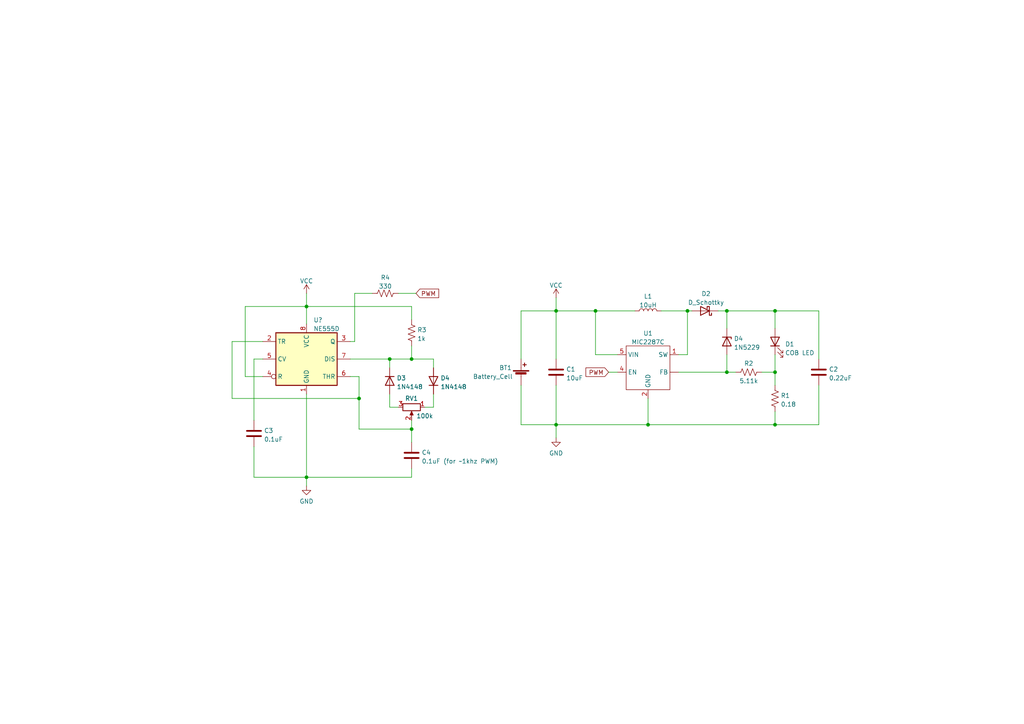
<source format=kicad_sch>
(kicad_sch (version 20211123) (generator eeschema)
  (paper "A4")
  (lib_symbols
    (symbol "Device:Battery_Cell" (pin_numbers hide) (pin_names (offset 0) hide)
      (property "Reference" "BT" (at 2.54 2.54 0))
      (property "Value" "Battery_Cell" (at 2.54 0 0))
      (symbol "Battery_Cell_0_1"
        (rectangle (start -2.286 1.778) (end 2.286 1.524) (fill (type outline)))
        (rectangle (start -1.5748 1.1938) (end 1.4732 0.6858) (fill (type outline)))
        (polyline (pts (xy 0 0.762) (xy 0 0)))
        (polyline (pts (xy 0 1.778) (xy 0 2.54)))
        (polyline (pts (xy 0.508 3.429) (xy 1.524 3.429)) (stroke (width 0.254)))
        (polyline (pts (xy 1.016 3.937) (xy 1.016 2.921)) (stroke (width 0.254)))
      )
      (symbol "Battery_Cell_1_1"
        (pin passive line (at 0 5.08 270) (length 2.54) (name "+") (number "1"))
        (pin passive line (at 0 -2.54 90) (length 2.54) (name "-") (number "2"))
      )
    )
    (symbol "Device:C" (pin_numbers hide) (pin_names (offset 0.254))
      (property "Reference" "C" (at 0.635 2.54 0))
      (property "Value" "C" (at 0.635 -2.54 0))
      (symbol "C_0_1"
        (polyline (pts (xy -2.032 -0.762) (xy 2.032 -0.762)) (stroke (width 0.508)))
        (polyline (pts (xy -2.032 0.762) (xy 2.032 0.762)) (stroke (width 0.508)))
      )
      (symbol "C_1_1"
        (pin passive line (at 0 3.81 270) (length 2.794) (name "~") (number "1"))
        (pin passive line (at 0 -3.81 90) (length 2.794) (name "~") (number "2"))
      )
    )
    (symbol "Device:D_Schottky" (pin_numbers hide) (pin_names (offset 1.016) hide)
      (property "Reference" "D" (at 0 2.54 0))
      (property "Value" "D_Schottky" (at 0 -2.54 0))
      (symbol "D_Schottky_0_1"
        (polyline (pts (xy 1.27 0) (xy -1.27 0)))
        (polyline (pts (xy 1.27 1.27) (xy 1.27 -1.27) (xy -1.27 0) (xy 1.27 1.27)) (stroke (width 0.254)))
        (polyline (pts (xy -1.905 0.635) (xy -1.905 1.27) (xy -1.27 1.27) (xy -1.27 -1.27) (xy -0.635 -1.27) (xy -0.635 -0.635)) (stroke (width 0.254)))
      )
      (symbol "D_Schottky_1_1"
        (pin passive line (at -3.81 0 0) (length 2.54) (name "K") (number "1"))
        (pin passive line (at 3.81 0 180) (length 2.54) (name "A") (number "2"))
      )
    )
    (symbol "Device:D_Zener" (pin_numbers hide) (pin_names (offset 1.016) hide)
      (property "Reference" "D" (at 0 2.54 0))
      (property "Value" "D_Zener" (at 0 -2.54 0))
      (symbol "D_Zener_0_1"
        (polyline (pts (xy 1.27 0) (xy -1.27 0)))
        (polyline (pts (xy -1.27 -1.27) (xy -1.27 1.27) (xy -0.762 1.27)) (stroke (width 0.254)))
        (polyline (pts (xy 1.27 -1.27) (xy 1.27 1.27) (xy -1.27 0) (xy 1.27 -1.27)) (stroke (width 0.254)))
      )
      (symbol "D_Zener_1_1"
        (pin passive line (at -3.81 0 0) (length 2.54) (name "K") (number "1"))
        (pin passive line (at 3.81 0 180) (length 2.54) (name "A") (number "2"))
      )
    )
    (symbol "Device:L" (pin_numbers hide) (pin_names (offset 1.016) hide)
      (property "Reference" "L" (at -1.27 0 90))
      (property "Value" "L" (at 1.905 0 90))
      (symbol "L_0_1"
        (arc (start 0 -2.54) (mid 0.635 -1.905) (end 0 -1.27))
        (arc (start 0 -1.27) (mid 0.635 -0.635) (end 0 0))
        (arc (start 0 0) (mid 0.635 0.635) (end 0 1.27))
        (arc (start 0 1.27) (mid 0.635 1.905) (end 0 2.54))
      )
      (symbol "L_1_1"
        (pin passive line (at 0 3.81 270) (length 1.27) (name "1") (number "1"))
        (pin passive line (at 0 -3.81 90) (length 1.27) (name "2") (number "2"))
      )
    )
    (symbol "Device:LED" (pin_numbers hide) (pin_names (offset 1.016) hide)
      (property "Reference" "D" (at 0 2.54 0))
      (property "Value" "LED" (at 0 -2.54 0))
      (symbol "LED_0_1"
        (polyline (pts (xy -1.27 -1.27) (xy -1.27 1.27)) (stroke (width 0.254)))
        (polyline (pts (xy -1.27 0) (xy 1.27 0)))
        (polyline (pts (xy 1.27 -1.27) (xy 1.27 1.27) (xy -1.27 0) (xy 1.27 -1.27)) (stroke (width 0.254)))
        (polyline (pts (xy -3.048 -0.762) (xy -4.572 -2.286) (xy -3.81 -2.286) (xy -4.572 -2.286) (xy -4.572 -1.524)))
        (polyline (pts (xy -1.778 -0.762) (xy -3.302 -2.286) (xy -2.54 -2.286) (xy -3.302 -2.286) (xy -3.302 -1.524)))
      )
      (symbol "LED_1_1"
        (pin passive line (at -3.81 0 0) (length 2.54) (name "K") (number "1"))
        (pin passive line (at 3.81 0 180) (length 2.54) (name "A") (number "2"))
      )
    )
    (symbol "Device:R_Potentiometer" (pin_names (offset 1.016) hide)
      (property "Reference" "RV" (at -4.445 0 90))
      (property "Value" "R_Potentiometer" (at -2.54 0 90))
      (symbol "R_Potentiometer_0_1"
        (polyline (pts (xy 2.54 0) (xy 1.524 0)))
        (polyline (pts (xy 1.143 0) (xy 2.286 0.508) (xy 2.286 -0.508) (xy 1.143 0)) (fill (type outline)))
        (rectangle (start 1.016 2.54) (end -1.016 -2.54) (stroke (width 0.254)))
      )
      (symbol "R_Potentiometer_1_1"
        (pin passive line (at 0 3.81 270) (length 1.27) (name "1") (number "1"))
        (pin passive line (at 3.81 0 180) (length 1.27) (name "2") (number "2"))
        (pin passive line (at 0 -3.81 90) (length 1.27) (name "3") (number "3"))
      )
    )
    (symbol "Device:R_US" (pin_numbers hide) (pin_names (offset 0))
      (property "Reference" "R" (at 2.54 0 90))
      (property "Value" "R_US" (at -2.54 0 90))
      (symbol "R_US_0_1"
        (polyline (pts (xy 0 -2.286) (xy 0 -2.54)))
        (polyline (pts (xy 0 2.286) (xy 0 2.54)))
        (polyline (pts (xy 0 -0.762) (xy 1.016 -1.143) (xy 0 -1.524) (xy -1.016 -1.905) (xy 0 -2.286)))
        (polyline (pts (xy 0 0.762) (xy 1.016 0.381) (xy 0 0) (xy -1.016 -0.381) (xy 0 -0.762)))
        (polyline (pts (xy 0 2.286) (xy 1.016 1.905) (xy 0 1.524) (xy -1.016 1.143) (xy 0 0.762)))
      )
      (symbol "R_US_1_1"
        (pin passive line (at 0 3.81 270) (length 1.27) (name "~") (number "1"))
        (pin passive line (at 0 -3.81 90) (length 1.27) (name "~") (number "2"))
      )
    )
    (symbol "Diode:1N4148" (pin_numbers hide) (pin_names (offset 1.016) hide)
      (property "Reference" "D" (at 0 2.54 0))
      (property "Value" "1N4148" (at 0 -2.54 0))
      (symbol "1N4148_0_1"
        (polyline (pts (xy -1.27 1.27) (xy -1.27 -1.27)) (stroke (width 0.254)))
        (polyline (pts (xy 1.27 0) (xy -1.27 0)))
        (polyline (pts (xy 1.27 1.27) (xy 1.27 -1.27) (xy -1.27 0) (xy 1.27 1.27)) (stroke (width 0.254)))
      )
      (symbol "1N4148_1_1"
        (pin passive line (at -3.81 0 0) (length 2.54) (name "K") (number "1"))
        (pin passive line (at 3.81 0 180) (length 2.54) (name "A") (number "2"))
      )
    )
    (symbol "Timer:NE555D"
      (property "Reference" "U" (at -10.16 8.89 0))
      (property "Value" "NE555D" (at 2.54 8.89 0))
      (symbol "NE555D_0_0"
        (pin power_in line (at 0 -10.16 90) (length 2.54) (name "GND") (number "1"))
        (pin power_in line (at 0 10.16 270) (length 2.54) (name "VCC") (number "8"))
      )
      (symbol "NE555D_0_1"
        (rectangle (start -8.89 -7.62) (end 8.89 7.62) (stroke (width 0.254)) (fill (type background)))
        (rectangle (start -8.89 -7.62) (end 8.89 7.62) (stroke (width 0.254)) (fill (type background)))
      )
      (symbol "NE555D_1_1"
        (pin input line (at -12.7 5.08 0) (length 3.81) (name "TR") (number "2"))
        (pin output line (at 12.7 5.08 180) (length 3.81) (name "Q") (number "3"))
        (pin input inverted (at -12.7 -5.08 0) (length 3.81) (name "R") (number "4"))
        (pin input line (at -12.7 0 0) (length 3.81) (name "CV") (number "5"))
        (pin input line (at 12.7 -5.08 180) (length 3.81) (name "THR") (number "6"))
        (pin input line (at 12.7 0 180) (length 3.81) (name "DIS") (number "7"))
      )
    )
    (symbol "ccbtech-microchip:MIC2287C"
      (property "Reference" "U" (at 3.81 -7.62 0))
      (property "Value" "MIC2287C" (at 0 7.62 0))
      (symbol "MIC2287C_0_1"
        (rectangle (start -6.35 6.35) (end 6.35 -6.35) (stroke (width 0.1524)))
      )
      (symbol "MIC2287C_1_1"
        (pin input line (at 8.89 -1.27 180) (length 2.54) (name "FB") (number ""))
        (pin power_out line (at 8.89 3.81 180) (length 2.54) (name "SW") (number "1"))
        (pin power_in line (at 0 -8.89 90) (length 2.54) (name "GND") (number "2"))
        (pin input line (at -8.89 -1.27 0) (length 2.54) (name "EN") (number "4"))
        (pin power_in line (at -8.89 3.81 0) (length 2.54) (name "VIN") (number "5"))
      )
    )
    (symbol "power:GND" (power) (pin_names (offset 0))
      (property "Value" "GND" (at 0 -3.81 0))
      (symbol "GND_0_1"
        (polyline (pts (xy 0 0) (xy 0 -1.27) (xy 1.27 -1.27) (xy 0 -2.54) (xy -1.27 -1.27) (xy 0 -1.27)))
      )
      (symbol "GND_1_1"
        (pin power_in line (at 0 0 270) (length 0) hide (name "GND") (number "1"))
      )
    )
    (symbol "power:VCC" (power) (pin_names (offset 0))
      (property "Value" "VCC" (at 0 3.81 0))
      (symbol "VCC_0_1"
        (polyline (pts (xy -0.762 1.27) (xy 0 2.54)))
        (polyline (pts (xy 0 0) (xy 0 2.54)))
        (polyline (pts (xy 0 2.54) (xy 0.762 1.27)))
      )
      (symbol "VCC_1_1"
        (pin power_in line (at 0 0 90) (length 0) hide (name "VCC") (number "1"))
      )
    )
  )
  (junction (at 119.38 104.14))
  (junction (at 187.96 123.19))
  (junction (at 224.79 107.95))
  (junction (at 210.82 90.17))
  (junction (at 88.9 138.43))
  (junction (at 224.79 123.19))
  (junction (at 104.14 115.57))
  (junction (at 172.72 90.17))
  (junction (at 119.38 124.46))
  (junction (at 224.79 90.17))
  (junction (at 161.29 90.17))
  (junction (at 199.39 90.17))
  (junction (at 161.29 123.19))
  (junction (at 88.9 88.9))
  (junction (at 210.82 107.95))
  (junction (at 113.03 104.14))
  (wire (pts (xy 115.57 85.09) (xy 120.65 85.09)))
  (wire (pts (xy 113.03 114.3) (xy 113.03 118.11)))
  (wire (pts (xy 71.12 88.9) (xy 71.12 109.22)))
  (wire (pts (xy 210.82 90.17) (xy 224.79 90.17)))
  (wire (pts (xy 224.79 102.87) (xy 224.79 107.95)))
  (wire (pts (xy 88.9 88.9) (xy 119.38 88.9)))
  (wire (pts (xy 161.29 111.76) (xy 161.29 123.19)))
  (wire (pts (xy 224.79 107.95) (xy 224.79 111.76)))
  (wire (pts (xy 161.29 86.36) (xy 161.29 90.17)))
  (wire (pts (xy 119.38 121.92) (xy 119.38 124.46)))
  (wire (pts (xy 210.82 102.87) (xy 210.82 107.95)))
  (wire (pts (xy 125.73 104.14) (xy 125.73 106.68)))
  (wire (pts (xy 102.87 99.06) (xy 102.87 85.09)))
  (wire (pts (xy 196.85 107.95) (xy 210.82 107.95)))
  (wire (pts (xy 161.29 90.17) (xy 161.29 104.14)))
  (wire (pts (xy 113.03 118.11) (xy 115.57 118.11)))
  (wire (pts (xy 88.9 85.09) (xy 88.9 88.9)))
  (wire (pts (xy 176.53 107.95) (xy 179.07 107.95)))
  (wire (pts (xy 76.2 99.06) (xy 67.31 99.06)))
  (wire (pts (xy 73.66 104.14) (xy 73.66 121.92)))
  (wire (pts (xy 119.38 124.46) (xy 119.38 128.27)))
  (wire (pts (xy 224.79 119.38) (xy 224.79 123.19)))
  (wire (pts (xy 102.87 85.09) (xy 107.95 85.09)))
  (wire (pts (xy 88.9 114.3) (xy 88.9 138.43)))
  (wire (pts (xy 71.12 88.9) (xy 88.9 88.9)))
  (wire (pts (xy 73.66 138.43) (xy 88.9 138.43)))
  (wire (pts (xy 196.85 102.87) (xy 199.39 102.87)))
  (wire (pts (xy 113.03 104.14) (xy 113.03 106.68)))
  (wire (pts (xy 161.29 123.19) (xy 161.29 127)))
  (wire (pts (xy 191.77 90.17) (xy 199.39 90.17)))
  (wire (pts (xy 237.49 123.19) (xy 224.79 123.19)))
  (wire (pts (xy 119.38 138.43) (xy 88.9 138.43)))
  (wire (pts (xy 104.14 115.57) (xy 104.14 109.22)))
  (wire (pts (xy 101.6 104.14) (xy 113.03 104.14)))
  (wire (pts (xy 179.07 102.87) (xy 172.72 102.87)))
  (wire (pts (xy 104.14 124.46) (xy 119.38 124.46)))
  (wire (pts (xy 237.49 104.14) (xy 237.49 90.17)))
  (wire (pts (xy 67.31 115.57) (xy 104.14 115.57)))
  (wire (pts (xy 161.29 90.17) (xy 172.72 90.17)))
  (wire (pts (xy 104.14 115.57) (xy 104.14 124.46)))
  (wire (pts (xy 199.39 90.17) (xy 200.66 90.17)))
  (wire (pts (xy 199.39 102.87) (xy 199.39 90.17)))
  (wire (pts (xy 151.13 123.19) (xy 161.29 123.19)))
  (wire (pts (xy 151.13 90.17) (xy 161.29 90.17)))
  (wire (pts (xy 119.38 104.14) (xy 125.73 104.14)))
  (wire (pts (xy 224.79 90.17) (xy 224.79 95.25)))
  (wire (pts (xy 88.9 88.9) (xy 88.9 93.98)))
  (wire (pts (xy 208.28 90.17) (xy 210.82 90.17)))
  (wire (pts (xy 73.66 129.54) (xy 73.66 138.43)))
  (wire (pts (xy 237.49 90.17) (xy 224.79 90.17)))
  (wire (pts (xy 119.38 100.33) (xy 119.38 104.14)))
  (wire (pts (xy 67.31 99.06) (xy 67.31 115.57)))
  (wire (pts (xy 88.9 138.43) (xy 88.9 140.97)))
  (wire (pts (xy 187.96 115.57) (xy 187.96 123.19)))
  (wire (pts (xy 187.96 123.19) (xy 224.79 123.19)))
  (wire (pts (xy 125.73 118.11) (xy 125.73 114.3)))
  (wire (pts (xy 101.6 99.06) (xy 102.87 99.06)))
  (wire (pts (xy 210.82 107.95) (xy 213.36 107.95)))
  (wire (pts (xy 187.96 123.19) (xy 161.29 123.19)))
  (wire (pts (xy 119.38 88.9) (xy 119.38 92.71)))
  (wire (pts (xy 237.49 111.76) (xy 237.49 123.19)))
  (wire (pts (xy 123.19 118.11) (xy 125.73 118.11)))
  (wire (pts (xy 104.14 109.22) (xy 101.6 109.22)))
  (wire (pts (xy 210.82 90.17) (xy 210.82 95.25)))
  (wire (pts (xy 119.38 135.89) (xy 119.38 138.43)))
  (wire (pts (xy 76.2 104.14) (xy 73.66 104.14)))
  (wire (pts (xy 172.72 102.87) (xy 172.72 90.17)))
  (wire (pts (xy 151.13 111.76) (xy 151.13 123.19)))
  (wire (pts (xy 172.72 90.17) (xy 184.15 90.17)))
  (wire (pts (xy 220.98 107.95) (xy 224.79 107.95)))
  (wire (pts (xy 113.03 104.14) (xy 119.38 104.14)))
  (wire (pts (xy 76.2 109.22) (xy 71.12 109.22)))
  (wire (pts (xy 151.13 104.14) (xy 151.13 90.17)))
  (global_label "PWM" (shape input) (at 176.53 107.95 180) (property "Intersheet References" "${INTERSHEET_REFS}" (effects hide)))
  (global_label "PWM" (shape input) (at 120.65 85.09 0) (property "Intersheet References" "${INTERSHEET_REFS}" (effects hide)))
  (symbol (lib_id "power:VCC") (at 88.9 85.09 0) (unit 1)
    (property "Reference" "#PWR?" (effects hide))
    (property "Value" "VCC" (at 88.9 81.5142 0))
  )
  (symbol (lib_id "power:GND") (at 88.9 140.97 0) (unit 1)
    (property "Reference" "#PWR?" (effects hide))
    (property "Value" "GND" (at 88.9 145.4134 0))
  )
  (symbol (lib_id "Timer:NE555D") (at 88.9 104.14 0) (unit 1)
    (property "Reference" "U?" (at 90.9194 92.8202 0) (effects (justify left)))
    (property "Value" "NE555D" (at 90.9194 95.3571 0) (effects (justify left)))
    (property "Footprint" "Package_SO:SOIC-8_3.9x4.9mm_P1.27mm" (effects hide))
    (property "Datasheet" "http://www.ti.com/lit/ds/symlink/ne555.pdf" (effects hide))
  )
  (symbol (lib_id "Device:C") (at 237.49 107.95 0) (unit 1)
    (property "Reference" "C2" (at 240.411 107.1153 0) (effects (justify left)))
    (property "Value" "0.22uF" (at 240.411 109.6522 0) (effects (justify left)))
  )
  (symbol (lib_id "Device:R_Potentiometer") (at 119.38 118.11 270) (unit 1)
    (property "Reference" "RV1" (at 119.38 115.57 90))
    (property "Value" "100k" (at 123.19 120.65 90))
  )
  (symbol (lib_id "Device:C") (at 161.29 107.95 0) (unit 1)
    (property "Reference" "C1" (at 164.211 107.1153 0) (effects (justify left)))
    (property "Value" "10uF" (at 164.211 109.6522 0) (effects (justify left)))
  )
  (symbol (lib_id "Device:R_US") (at 224.79 115.57 0) (unit 1)
    (property "Reference" "R1" (at 226.441 114.7353 0) (effects (justify left)))
    (property "Value" "0.18" (at 226.441 117.2722 0) (effects (justify left)))
  )
  (symbol (lib_id "power:VCC") (at 161.29 86.36 0) (unit 1)
    (property "Reference" "#PWR?" (effects hide))
    (property "Value" "VCC" (at 161.29 82.7842 0))
  )
  (symbol (lib_id "Device:C") (at 73.66 125.73 0) (unit 1)
    (property "Reference" "C3" (at 76.581 124.8953 0) (effects (justify left)))
    (property "Value" "0.1uF" (at 76.581 127.4322 0) (effects (justify left)))
  )
  (symbol (lib_id "power:GND") (at 161.29 127 0) (unit 1)
    (property "Reference" "#PWR?" (effects hide))
    (property "Value" "GND" (at 161.29 131.4434 0))
  )
  (symbol (lib_id "Diode:1N4148") (at 113.03 110.49 270) (unit 1)
    (property "Reference" "D3" (at 115.062 109.6553 90) (effects (justify left)))
    (property "Value" "1N4148" (at 115.062 112.1922 90) (effects (justify left)))
    (property "Footprint" "Diode_THT:D_DO-35_SOD27_P7.62mm_Horizontal" (effects hide))
    (property "Datasheet" "https://assets.nexperia.com/documents/data-sheet/1N4148_1N4448.pdf" (effects hide))
  )
  (symbol (lib_id "Diode:1N4148") (at 125.73 110.49 90) (unit 1)
    (property "Reference" "D4" (at 127.762 109.6553 90) (effects (justify right)))
    (property "Value" "1N4148" (at 127.762 112.1922 90) (effects (justify right)))
    (property "Footprint" "Diode_THT:D_DO-35_SOD27_P7.62mm_Horizontal" (effects hide))
    (property "Datasheet" "https://assets.nexperia.com/documents/data-sheet/1N4148_1N4448.pdf" (effects hide))
  )
  (symbol (lib_id "Device:R_US") (at 119.38 96.52 0) (unit 1)
    (property "Reference" "R3" (at 121.031 95.6853 0) (effects (justify left)))
    (property "Value" "1k" (at 121.031 98.2222 0) (effects (justify left)))
  )
  (symbol (lib_id "Device:LED") (at 224.79 99.06 90) (unit 1)
    (property "Reference" "D1" (at 227.711 99.8128 90) (effects (justify right)))
    (property "Value" "COB LED" (at 227.711 102.3497 90) (effects (justify right)))
  )
  (symbol (lib_id "Device:D_Schottky") (at 204.47 90.17 180) (unit 1)
    (property "Reference" "D2" (at 204.7875 85.2002 0))
    (property "Value" "D_Schottky" (at 204.7875 87.7371 0))
  )
  (symbol (lib_id "Device:C") (at 119.38 132.08 0) (unit 1)
    (property "Reference" "C4" (at 122.301 131.2453 0) (effects (justify left)))
    (property "Value" "0.1uF (for ~1khz PWM)" (at 122.301 133.7822 0) (effects (justify left)))
  )
  (symbol (lib_id "Device:Battery_Cell") (at 151.13 109.22 0) (unit 1)
    (property "Reference" "BT1" (at 144.78 106.68 0) (effects (justify left)))
    (property "Value" "Battery_Cell" (at 137.16 109.22 0) (effects (justify left)))
  )
  (symbol (lib_id "Device:R_US") (at 217.17 107.95 90) (unit 1)
    (property "Reference" "R2" (at 217.17 105.41 90))
    (property "Value" "5.11k" (at 217.17 110.49 90))
  )
  (symbol (lib_id "Device:R_US") (at 111.76 85.09 270) (unit 1)
    (property "Reference" "R4" (at 111.76 80.5012 90))
    (property "Value" "330" (at 111.76 83.0381 90))
  )
  (symbol (lib_id "ccbtech-microchip:MIC2287C") (at 187.96 106.68 0) (unit 1)
    (property "Reference" "U1" (at 187.96 96.681 0))
    (property "Value" "MIC2287C" (at 187.96 99.2179 0))
    (property "Footprint" "SOT-23-5_HandSoldering" (effects hide))
  )
  (symbol (lib_id "Device:L") (at 187.96 90.17 90) (unit 1)
    (property "Reference" "L1" (at 187.96 85.9622 90))
    (property "Value" "10uH" (at 187.96 88.4991 90))
  )
  (symbol (lib_id "Device:D_Zener") (at 210.82 99.06 270) (unit 1)
    (property "Reference" "D4" (at 212.852 98.2253 90) (effects (justify left)))
    (property "Value" "1N5229" (at 212.852 100.7622 90) (effects (justify left)))
  )
)
</source>
